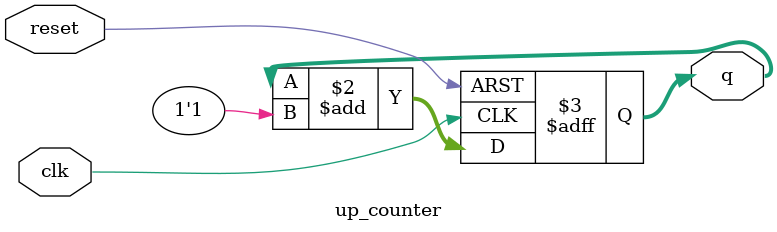
<source format=v>
module up_counter ( input clk, input reset, output reg [3:0] q);

always@(posedge clk or posedge reset)
    if ( reset )
      q <= 0;
    else 
      q <= q + 1'b1;
endmodule


</source>
